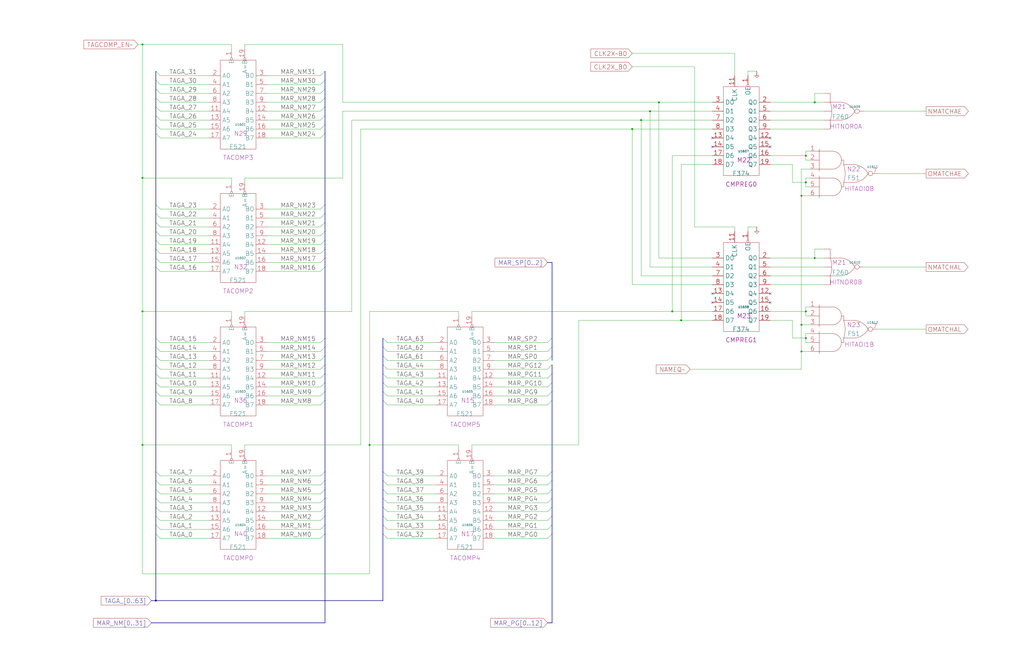
<source format=kicad_sch>
(kicad_sch (version 20230121) (generator eeschema)
  (paper "User" 584.2 378.46)
  (title_block (title "TAGA COMPARATORS\\nMATCH") (date "08-MAR-90") (rev "0.0") (comment 1 "MEM32 BOARD") (comment 2 "232-003066") (comment 3 "S400") (comment 4 "RELEASED"))
  (lib_symbols
    (symbol "r1000:F260" (pin_numbers hide) (pin_names hide)
      (property "Reference" "U" (at 10.16 0 0))
      (property "Value" "F260" (at 1.905 -5.715 0))
      (property "Location" "___" (at 1.27 0 0))
      (property "Name" "______" (at 5.08 -12.7 0))
      (symbol "F260_0_1"
        (arc (start -3.8173 -7.62) (mid -2.9926 -2.54) (end -3.8173 2.54) (stroke (width 0.1524)))
        (polyline (pts (xy -5.08 -7.62) (xy -3.81 -7.62)) (stroke (width 0.1524)))
        (polyline (pts (xy -5.08 -2.54) (xy -3.0226 -2.54)) (stroke (width 0.1524)))
        (polyline (pts (xy -5.08 2.54) (xy -3.81 2.54)) (stroke (width 0.1524)))
        (polyline (pts (xy -3.81 -7.62) (xy 2.54 -7.62)) (stroke (width 0.1524)))
        (polyline (pts (xy -3.81 2.54) (xy 2.54 2.54)) (stroke (width 0.1524)))
        (polyline (pts (xy -5.08 -12.7) (xy -3.81 -12.7) (xy -3.81 -7.62)) (stroke (width 0.1524)))
        (polyline (pts (xy -5.08 7.62) (xy -3.81 7.62) (xy -3.81 2.54)) (stroke (width 0.1524)))
        (arc (start 2.54 -7.62) (mid 6.9504 -5.9805) (end 10.16 -2.54) (stroke (width 0.1524)))
        (arc (start 10.16 -2.54) (mid 6.9516 0.9024) (end 2.54 2.54) (stroke (width 0.1524)))
        (circle (center 11.43 -2.54) (radius 1.27) (stroke (width 0.1524)))
      )
      (symbol "F260_0_2"
        (circle (center -6.35 -12.7) (radius 1.27) (stroke (width 0.1524)))
        (circle (center -6.35 -7.62) (radius 1.27) (stroke (width 0.1524)))
        (circle (center -6.35 -2.54) (radius 1.27) (stroke (width 0.1524)))
        (circle (center -6.35 2.54) (radius 1.27) (stroke (width 0.1524)))
        (circle (center -6.35 7.62) (radius 1.27) (stroke (width 0.1524)))
        (polyline (pts (xy -5.08 -13.97) (xy -5.08 8.89)) (stroke (width 0.1524)))
        (polyline (pts (xy -5.08 -7.62) (xy 2.54 -7.62)) (stroke (width 0.1524)))
        (polyline (pts (xy -5.08 2.54) (xy 2.54 2.54)) (stroke (width 0.1524)))
        (arc (start 2.54 -7.62) (mid 6.1321 -6.1321) (end 7.62 -2.54) (stroke (width 0.1524)))
        (arc (start 7.62 -2.54) (mid 6.1321 1.0521) (end 2.54 2.54) (stroke (width 0.1524)))
      )
      (symbol "F260_1_1"
        (pin input line (at -7.62 -2.54 0) (length 2.54) (name "D2") (number "1"))
        (pin input line (at -7.62 7.62 0) (length 2.54) (name "D0") (number "12"))
        (pin input line (at -7.62 2.54 0) (length 2.54) (name "D1") (number "13"))
        (pin input line (at -7.62 -7.62 0) (length 2.54) (name "D3") (number "2"))
        (pin input line (at -7.62 -12.7 0) (length 2.54) (name "D4") (number "3"))
        (pin output line (at 15.24 -2.54 180) (length 2.54) (name "Q") (number "5"))
      )
      (symbol "F260_1_2"
        (pin input line (at -7.62 -2.54 0) (length 0) (name "D2") (number "1"))
        (pin input line (at -7.62 7.62 0) (length 0) (name "D0") (number "12"))
        (pin input line (at -7.62 2.54 0) (length 0) (name "D1") (number "13"))
        (pin input line (at -7.62 -7.62 0) (length 0) (name "D3") (number "2"))
        (pin input line (at -7.62 -12.7 0) (length 0) (name "D4") (number "3"))
        (pin output line (at 15.24 -2.54 180) (length 7.62) (name "Q") (number "5"))
      )
    )
    (symbol "r1000:F374" (pin_names (offset 1.016))
      (property "Reference" "U" (at 2.54 5.08 0))
      (property "Value" "F374" (at -3.81 -7.62 0))
      (property "Location" "___" (at -1.27 0 0))
      (property "Name" "______" (at 1.27 -15.24 0))
      (symbol "F374_1_1"
        (rectangle (start -8.89 41.91) (end 11.43 -8.89))
        (circle (center 5.08 42.545) (radius 0.635))
        (pin input line (at 5.08 48.26 270) (length 5.08) (name "OE") (number "1"))
        (pin input line (at -2.54 48.26 270) (length 6.35) (name "CLK") (number "11"))
        (pin tri_state line (at 17.78 12.7 180) (length 6.35) (name "Q4") (number "12"))
        (pin input line (at -15.24 12.7 0) (length 6.35) (name "D4") (number "13"))
        (pin input line (at -15.24 7.62 0) (length 6.35) (name "D5") (number "14"))
        (pin tri_state line (at 17.78 7.62 180) (length 6.35) (name "Q5") (number "15"))
        (pin tri_state line (at 17.78 2.54 180) (length 6.35) (name "Q6") (number "16"))
        (pin input line (at -15.24 2.54 0) (length 6.35) (name "D6") (number "17"))
        (pin input line (at -15.24 -2.54 0) (length 6.35) (name "D7") (number "18"))
        (pin tri_state line (at 17.78 -2.54 180) (length 6.35) (name "Q7") (number "19"))
        (pin tri_state line (at 17.78 33.02 180) (length 6.35) (name "Q0") (number "2"))
        (pin input line (at -15.24 33.02 0) (length 6.35) (name "D0") (number "3"))
        (pin input line (at -15.24 27.94 0) (length 6.35) (name "D1") (number "4"))
        (pin tri_state line (at 17.78 27.94 180) (length 6.35) (name "Q1") (number "5"))
        (pin tri_state line (at 17.78 22.86 180) (length 6.35) (name "Q2") (number "6"))
        (pin input line (at -15.24 22.86 0) (length 6.35) (name "D2") (number "7"))
        (pin input line (at -15.24 17.78 0) (length 6.35) (name "D3") (number "8"))
        (pin tri_state line (at 17.78 17.78 180) (length 6.35) (name "Q3") (number "9"))
      )
    )
    (symbol "r1000:F51" (pin_names hide)
      (property "Reference" "U" (at 12.7 1.27 0))
      (property "Value" "F51" (at 1.905 -5.08 0))
      (property "Location" "___" (at 1.905 0 0))
      (property "Name" "______" (at 5.08 -12.7 0))
      (symbol "F51_0_0"
        (arc (start -10.16 -15.24) (mid -6.5679 -13.7521) (end -5.08 -10.16) (stroke (width 0.1524)))
        (arc (start -10.16 0) (mid -6.5679 1.4879) (end -5.08 5.08) (stroke (width 0.1524)))
        (arc (start -5.08 -10.16) (mid -6.5679 -6.5679) (end -10.16 -5.08) (stroke (width 0.1524)))
        (arc (start -5.08 5.08) (mid -6.5679 8.6721) (end -10.16 10.16) (stroke (width 0.1524)))
        (arc (start -3.8173 -7.62) (mid -2.9926 -2.54) (end -3.8173 2.54) (stroke (width 0.1524)))
        (polyline (pts (xy -20.32 -15.24) (xy -17.78 -15.24)) (stroke (width 0.1524)))
        (polyline (pts (xy -20.32 -10.16) (xy -17.78 -10.16)) (stroke (width 0.1524)))
        (polyline (pts (xy -20.32 -5.08) (xy -17.78 -5.08)) (stroke (width 0.1524)))
        (polyline (pts (xy -20.32 0) (xy -17.78 0)) (stroke (width 0.1524)))
        (polyline (pts (xy -20.32 5.08) (xy -17.78 5.08)) (stroke (width 0.1524)))
        (polyline (pts (xy -20.32 10.16) (xy -17.78 10.16)) (stroke (width 0.1524)))
        (polyline (pts (xy -17.78 -3.81) (xy -17.78 -16.51)) (stroke (width 0.1524)))
        (polyline (pts (xy -17.78 11.43) (xy -17.78 -1.27)) (stroke (width 0.1524)))
        (polyline (pts (xy -10.16 -15.24) (xy -17.78 -15.24)) (stroke (width 0.1524)))
        (polyline (pts (xy -10.16 -5.08) (xy -17.78 -5.08)) (stroke (width 0.1524)))
        (polyline (pts (xy -10.16 0) (xy -17.78 0)) (stroke (width 0.1524)))
        (polyline (pts (xy -10.16 10.16) (xy -17.78 10.16)) (stroke (width 0.1524)))
        (polyline (pts (xy -3.81 -7.62) (xy 2.54 -7.62)) (stroke (width 0.1524)))
        (polyline (pts (xy -3.81 2.54) (xy 2.54 2.54)) (stroke (width 0.1524)))
        (polyline (pts (xy -5.08 -10.16) (xy -3.81 -10.16) (xy -3.81 -7.62)) (stroke (width 0.1524)))
        (polyline (pts (xy -5.08 5.08) (xy -3.81 5.08) (xy -3.81 2.54)) (stroke (width 0.1524)))
        (arc (start 2.54 -7.62) (mid 6.9504 -5.9805) (end 10.16 -2.54) (stroke (width 0.1524)))
        (arc (start 10.16 -2.54) (mid 6.9516 0.9024) (end 2.54 2.54) (stroke (width 0.1524)))
        (circle (center 11.43 -2.54) (radius 1.27) (stroke (width 0.1524)))
      )
      (symbol "F51_1_1"
        (pin input line (at -22.86 10.16 0) (length 2.54) (name "A1") (number "1"))
        (pin input line (at -22.86 5.08 0) (length 2.54) (name "A2") (number "2"))
        (pin input line (at -22.86 0 0) (length 2.54) (name "A3") (number "3"))
        (pin input line (at -22.86 -5.08 0) (length 2.54) (name "B1") (number "4"))
        (pin input line (at -22.86 -10.16 0) (length 2.54) (name "B2") (number "5"))
        (pin input line (at -22.86 -15.24 0) (length 2.54) (name "B3") (number "6"))
        (pin output line (at 15.24 -2.54 180) (length 2.54) (name "Q") (number "7"))
      )
    )
    (symbol "r1000:F521" (pin_names (offset 1.016))
      (property "Reference" "U" (at 2.54 5.08 0))
      (property "Value" "F521" (at -3.81 -7.62 0))
      (property "Location" "___" (at -1.27 0 0))
      (property "Name" "______" (at 1.27 -15.24 0))
      (symbol "F521_1_1"
        (rectangle (start -8.89 41.91) (end 11.43 -8.89))
        (circle (center -2.54 42.545) (radius 0.635))
        (circle (center 5.08 42.545) (radius 0.635))
        (pin input line (at -2.54 48.26 270) (length 5.08) (name "E") (number "1"))
        (pin input line (at -15.24 12.7 0) (length 6.35) (name "A4") (number "11"))
        (pin input line (at 17.78 12.7 180) (length 6.35) (name "B4") (number "12"))
        (pin input line (at -15.24 7.62 0) (length 6.35) (name "A5") (number "13"))
        (pin input line (at 17.78 7.62 180) (length 6.35) (name "B5") (number "14"))
        (pin input line (at -15.24 2.54 0) (length 6.35) (name "A6") (number "15"))
        (pin input line (at 17.78 2.54 180) (length 6.35) (name "B6") (number "16"))
        (pin input line (at -15.24 -2.54 0) (length 6.35) (name "A7") (number "17"))
        (pin input line (at 17.78 -2.54 180) (length 6.35) (name "B7") (number "18"))
        (pin output line (at 5.08 48.26 270) (length 5.08) (name "A=B") (number "19"))
        (pin input line (at -15.24 33.02 0) (length 6.35) (name "A0") (number "2"))
        (pin input line (at 17.78 33.02 180) (length 6.35) (name "B0") (number "3"))
        (pin input line (at -15.24 27.94 0) (length 6.35) (name "A1") (number "4"))
        (pin input line (at 17.78 27.94 180) (length 6.35) (name "B1") (number "5"))
        (pin input line (at -15.24 22.86 0) (length 6.35) (name "A2") (number "6"))
        (pin input line (at 17.78 22.86 180) (length 6.35) (name "B2") (number "7"))
        (pin input line (at -15.24 17.78 0) (length 6.35) (name "A3") (number "8"))
        (pin input line (at 17.78 17.78 180) (length 6.35) (name "B3") (number "9"))
      )
    )
    (symbol "r1000:PD" (power) (pin_numbers hide) (pin_names hide) (in_bom no)
      (symbol "PD_0_1"
        (polyline (pts (xy 0 -2.54) (xy 1.27 -2.54) (xy 0 -3.81) (xy -1.27 -2.54) (xy 0 -2.54)) (stroke (width 0.1524)))
      )
      (symbol "PD_1_1"
        (pin power_in line (at 0 0 270) (length 2.54) (name "PD") (number "1"))
      )
    )
  )
  (junction (at 459.74 193.04))
  (junction (at 81.28 25.4))
  (junction (at 464.82 147.32))
  (junction (at 81.28 177.8))
  (junction (at 457.2 111.76))
  (junction (at 375.92 58.42))
  (junction (at 388.62 182.88))
  (junction (at 457.2 185.42))
  (junction (at 459.74 177.8))
  (junction (at 464.82 58.42))
  (junction (at 365.76 68.58))
  (junction (at 360.68 73.66))
  (junction (at 370.84 63.5))
  (junction (at 457.2 200.66))
  (junction (at 81.28 254))
  (junction (at 459.74 104.14))
  (junction (at 81.28 101.6))
  (junction (at 383.54 177.8))
  (junction (at 210.82 254))
  (junction (at 88.9 342.9))
  (junction (at 459.74 88.9))
  (no_connect (at 439.42 167.64))
  (no_connect (at 406.4 172.72))
  (no_connect (at 439.42 78.74))
  (no_connect (at 406.4 78.74))
  (no_connect (at 439.42 83.82))
  (no_connect (at 406.4 167.64))
  (no_connect (at 406.4 83.82))
  (no_connect (at 439.42 172.72))
  (bus_entry (at 185.42 208.28) (size -2.54 2.54))
  (bus_entry (at 185.42 142.24) (size -2.54 2.54))
  (bus_entry (at 314.96 269.24) (size -2.54 2.54))
  (bus_entry (at 88.9 208.28) (size 2.54 2.54))
  (bus_entry (at 185.42 299.72) (size -2.54 2.54))
  (bus_entry (at 88.9 299.72) (size 2.54 2.54))
  (bus_entry (at 185.42 40.64) (size -2.54 2.54))
  (bus_entry (at 88.9 203.2) (size 2.54 2.54))
  (bus_entry (at 88.9 289.56) (size 2.54 2.54))
  (bus_entry (at 218.44 289.56) (size 2.54 2.54))
  (bus_entry (at 218.44 299.72) (size 2.54 2.54))
  (bus_entry (at 185.42 137.16) (size -2.54 2.54))
  (bus_entry (at 218.44 294.64) (size 2.54 2.54))
  (bus_entry (at 185.42 203.2) (size -2.54 2.54))
  (bus_entry (at 88.9 60.96) (size 2.54 2.54))
  (bus_entry (at 185.42 198.12) (size -2.54 2.54))
  (bus_entry (at 88.9 132.08) (size 2.54 2.54))
  (bus_entry (at 88.9 228.6) (size 2.54 2.54))
  (bus_entry (at 88.9 116.84) (size 2.54 2.54))
  (bus_entry (at 185.42 228.6) (size -2.54 2.54))
  (bus_entry (at 218.44 274.32) (size 2.54 2.54))
  (bus_entry (at 314.96 228.6) (size -2.54 2.54))
  (bus_entry (at 218.44 198.12) (size 2.54 2.54))
  (bus_entry (at 185.42 218.44) (size -2.54 2.54))
  (bus_entry (at 185.42 71.12) (size -2.54 2.54))
  (bus_entry (at 218.44 213.36) (size 2.54 2.54))
  (bus_entry (at 88.9 121.92) (size 2.54 2.54))
  (bus_entry (at 314.96 279.4) (size -2.54 2.54))
  (bus_entry (at 185.42 289.56) (size -2.54 2.54))
  (bus_entry (at 88.9 66.04) (size 2.54 2.54))
  (bus_entry (at 88.9 142.24) (size 2.54 2.54))
  (bus_entry (at 88.9 269.24) (size 2.54 2.54))
  (bus_entry (at 185.42 50.8) (size -2.54 2.54))
  (bus_entry (at 314.96 203.2) (size -2.54 2.54))
  (bus_entry (at 88.9 304.8) (size 2.54 2.54))
  (bus_entry (at 88.9 284.48) (size 2.54 2.54))
  (bus_entry (at 185.42 294.64) (size -2.54 2.54))
  (bus_entry (at 88.9 45.72) (size 2.54 2.54))
  (bus_entry (at 185.42 274.32) (size -2.54 2.54))
  (bus_entry (at 314.96 284.48) (size -2.54 2.54))
  (bus_entry (at 218.44 279.4) (size 2.54 2.54))
  (bus_entry (at 88.9 193.04) (size 2.54 2.54))
  (bus_entry (at 88.9 274.32) (size 2.54 2.54))
  (bus_entry (at 314.96 289.56) (size -2.54 2.54))
  (bus_entry (at 185.42 127) (size -2.54 2.54))
  (bus_entry (at 185.42 279.4) (size -2.54 2.54))
  (bus_entry (at 314.96 208.28) (size -2.54 2.54))
  (bus_entry (at 185.42 152.4) (size -2.54 2.54))
  (bus_entry (at 88.9 294.64) (size 2.54 2.54))
  (bus_entry (at 314.96 294.64) (size -2.54 2.54))
  (bus_entry (at 88.9 223.52) (size 2.54 2.54))
  (bus_entry (at 88.9 198.12) (size 2.54 2.54))
  (bus_entry (at 218.44 218.44) (size 2.54 2.54))
  (bus_entry (at 218.44 223.52) (size 2.54 2.54))
  (bus_entry (at 185.42 66.04) (size -2.54 2.54))
  (bus_entry (at 314.96 193.04) (size -2.54 2.54))
  (bus_entry (at 314.96 274.32) (size -2.54 2.54))
  (bus_entry (at 185.42 304.8) (size -2.54 2.54))
  (bus_entry (at 185.42 284.48) (size -2.54 2.54))
  (bus_entry (at 185.42 269.24) (size -2.54 2.54))
  (bus_entry (at 185.42 45.72) (size -2.54 2.54))
  (bus_entry (at 88.9 213.36) (size 2.54 2.54))
  (bus_entry (at 218.44 193.04) (size 2.54 2.54))
  (bus_entry (at 218.44 228.6) (size 2.54 2.54))
  (bus_entry (at 314.96 218.44) (size -2.54 2.54))
  (bus_entry (at 185.42 147.32) (size -2.54 2.54))
  (bus_entry (at 88.9 40.64) (size 2.54 2.54))
  (bus_entry (at 88.9 279.4) (size 2.54 2.54))
  (bus_entry (at 88.9 137.16) (size 2.54 2.54))
  (bus_entry (at 314.96 299.72) (size -2.54 2.54))
  (bus_entry (at 88.9 76.2) (size 2.54 2.54))
  (bus_entry (at 218.44 304.8) (size 2.54 2.54))
  (bus_entry (at 88.9 218.44) (size 2.54 2.54))
  (bus_entry (at 88.9 71.12) (size 2.54 2.54))
  (bus_entry (at 185.42 55.88) (size -2.54 2.54))
  (bus_entry (at 185.42 213.36) (size -2.54 2.54))
  (bus_entry (at 88.9 50.8) (size 2.54 2.54))
  (bus_entry (at 185.42 121.92) (size -2.54 2.54))
  (bus_entry (at 88.9 127) (size 2.54 2.54))
  (bus_entry (at 314.96 198.12) (size -2.54 2.54))
  (bus_entry (at 88.9 147.32) (size 2.54 2.54))
  (bus_entry (at 185.42 132.08) (size -2.54 2.54))
  (bus_entry (at 185.42 60.96) (size -2.54 2.54))
  (bus_entry (at 218.44 284.48) (size 2.54 2.54))
  (bus_entry (at 314.96 213.36) (size -2.54 2.54))
  (bus_entry (at 185.42 223.52) (size -2.54 2.54))
  (bus_entry (at 88.9 55.88) (size 2.54 2.54))
  (bus_entry (at 185.42 193.04) (size -2.54 2.54))
  (bus_entry (at 218.44 208.28) (size 2.54 2.54))
  (bus_entry (at 88.9 152.4) (size 2.54 2.54))
  (bus_entry (at 218.44 203.2) (size 2.54 2.54))
  (bus_entry (at 314.96 304.8) (size -2.54 2.54))
  (bus_entry (at 218.44 269.24) (size 2.54 2.54))
  (bus_entry (at 185.42 76.2) (size -2.54 2.54))
  (bus_entry (at 314.96 223.52) (size -2.54 2.54))
  (bus_entry (at 185.42 116.84) (size -2.54 2.54))
  (wire (pts (xy 439.42 68.58) (xy 469.9 68.58)))
  (wire (pts (xy 91.44 287.02) (xy 119.38 287.02)))
  (bus (pts (xy 185.42 66.04) (xy 185.42 71.12)))
  (wire (pts (xy 459.74 101.6) (xy 462.28 101.6)))
  (wire (pts (xy 182.88 281.94) (xy 152.4 281.94)))
  (wire (pts (xy 220.98 220.98) (xy 248.92 220.98)))
  (wire (pts (xy 91.44 149.86) (xy 119.38 149.86)))
  (wire (pts (xy 91.44 144.78) (xy 119.38 144.78)))
  (wire (pts (xy 464.82 147.32) (xy 469.9 147.32)))
  (bus (pts (xy 314.96 203.2) (xy 314.96 205.74)))
  (wire (pts (xy 261.62 256.54) (xy 261.62 254)))
  (wire (pts (xy 312.42 195.58) (xy 281.94 195.58)))
  (wire (pts (xy 365.76 157.48) (xy 365.76 68.58)))
  (wire (pts (xy 459.74 88.9) (xy 459.74 86.36)))
  (wire (pts (xy 459.74 177.8) (xy 459.74 180.34)))
  (bus (pts (xy 314.96 279.4) (xy 314.96 284.48)))
  (wire (pts (xy 182.88 43.18) (xy 152.4 43.18)))
  (bus (pts (xy 314.96 284.48) (xy 314.96 289.56)))
  (wire (pts (xy 182.88 134.62) (xy 152.4 134.62)))
  (bus (pts (xy 88.9 66.04) (xy 88.9 71.12)))
  (bus (pts (xy 88.9 132.08) (xy 88.9 137.16)))
  (bus (pts (xy 88.9 152.4) (xy 88.9 193.04)))
  (bus (pts (xy 88.9 121.92) (xy 88.9 127)))
  (wire (pts (xy 459.74 193.04) (xy 459.74 190.5)))
  (bus (pts (xy 185.42 55.88) (xy 185.42 60.96)))
  (bus (pts (xy 218.44 228.6) (xy 218.44 269.24)))
  (wire (pts (xy 91.44 297.18) (xy 119.38 297.18)))
  (wire (pts (xy 375.92 58.42) (xy 406.4 58.42)))
  (wire (pts (xy 91.44 231.14) (xy 119.38 231.14)))
  (bus (pts (xy 185.42 274.32) (xy 185.42 279.4)))
  (wire (pts (xy 182.88 68.58) (xy 152.4 68.58)))
  (wire (pts (xy 312.42 215.9) (xy 281.94 215.9)))
  (wire (pts (xy 360.68 30.48) (xy 419.1 30.48)))
  (wire (pts (xy 91.44 302.26) (xy 119.38 302.26)))
  (wire (pts (xy 459.74 193.04) (xy 452.12 193.04)))
  (wire (pts (xy 182.88 195.58) (xy 152.4 195.58)))
  (bus (pts (xy 185.42 121.92) (xy 185.42 127)))
  (wire (pts (xy 312.42 281.94) (xy 281.94 281.94)))
  (bus (pts (xy 86.36 355.6) (xy 185.42 355.6)))
  (wire (pts (xy 457.2 111.76) (xy 457.2 185.42)))
  (bus (pts (xy 88.9 279.4) (xy 88.9 284.48)))
  (wire (pts (xy 210.82 254) (xy 261.62 254)))
  (wire (pts (xy 370.84 63.5) (xy 406.4 63.5)))
  (wire (pts (xy 220.98 215.9) (xy 248.92 215.9)))
  (wire (pts (xy 269.24 254) (xy 330.2 254)))
  (bus (pts (xy 185.42 223.52) (xy 185.42 228.6)))
  (wire (pts (xy 426.72 40.64) (xy 426.72 43.18)))
  (wire (pts (xy 200.66 68.58) (xy 365.76 68.58)))
  (wire (pts (xy 464.82 58.42) (xy 469.9 58.42)))
  (wire (pts (xy 269.24 256.54) (xy 269.24 254)))
  (wire (pts (xy 269.24 180.34) (xy 269.24 177.8)))
  (wire (pts (xy 459.74 195.58) (xy 459.74 193.04)))
  (bus (pts (xy 88.9 127) (xy 88.9 132.08)))
  (bus (pts (xy 185.42 218.44) (xy 185.42 223.52)))
  (wire (pts (xy 426.72 129.54) (xy 426.72 132.08)))
  (bus (pts (xy 218.44 193.04) (xy 218.44 198.12)))
  (wire (pts (xy 182.88 119.38) (xy 152.4 119.38)))
  (bus (pts (xy 314.96 269.24) (xy 314.96 274.32)))
  (wire (pts (xy 182.88 287.02) (xy 152.4 287.02)))
  (wire (pts (xy 220.98 292.1) (xy 248.92 292.1)))
  (wire (pts (xy 360.68 38.1) (xy 396.24 38.1)))
  (wire (pts (xy 182.88 210.82) (xy 152.4 210.82)))
  (wire (pts (xy 220.98 205.74) (xy 248.92 205.74)))
  (wire (pts (xy 312.42 276.86) (xy 281.94 276.86)))
  (wire (pts (xy 459.74 104.14) (xy 459.74 101.6)))
  (bus (pts (xy 185.42 50.8) (xy 185.42 55.88)))
  (wire (pts (xy 182.88 124.46) (xy 152.4 124.46)))
  (bus (pts (xy 314.96 193.04) (xy 314.96 198.12)))
  (wire (pts (xy 388.62 182.88) (xy 406.4 182.88)))
  (wire (pts (xy 462.28 180.34) (xy 459.74 180.34)))
  (bus (pts (xy 314.96 289.56) (xy 314.96 294.64)))
  (wire (pts (xy 439.42 88.9) (xy 459.74 88.9)))
  (wire (pts (xy 139.7 180.34) (xy 139.7 177.8)))
  (bus (pts (xy 88.9 223.52) (xy 88.9 228.6)))
  (bus (pts (xy 88.9 142.24) (xy 88.9 147.32)))
  (wire (pts (xy 370.84 152.4) (xy 406.4 152.4)))
  (wire (pts (xy 91.44 226.06) (xy 119.38 226.06)))
  (bus (pts (xy 218.44 279.4) (xy 218.44 284.48)))
  (wire (pts (xy 210.82 327.66) (xy 81.28 327.66)))
  (wire (pts (xy 91.44 78.74) (xy 119.38 78.74)))
  (wire (pts (xy 396.24 129.54) (xy 419.1 129.54)))
  (wire (pts (xy 469.9 142.24) (xy 464.82 142.24)))
  (wire (pts (xy 220.98 200.66) (xy 248.92 200.66)))
  (wire (pts (xy 220.98 307.34) (xy 248.92 307.34)))
  (bus (pts (xy 185.42 152.4) (xy 185.42 193.04)))
  (wire (pts (xy 81.28 101.6) (xy 81.28 177.8)))
  (bus (pts (xy 88.9 55.88) (xy 88.9 60.96)))
  (wire (pts (xy 365.76 68.58) (xy 406.4 68.58)))
  (wire (pts (xy 459.74 88.9) (xy 459.74 91.44)))
  (wire (pts (xy 132.08 104.14) (xy 132.08 101.6)))
  (wire (pts (xy 182.88 276.86) (xy 152.4 276.86)))
  (wire (pts (xy 457.2 96.52) (xy 457.2 111.76)))
  (bus (pts (xy 218.44 284.48) (xy 218.44 289.56)))
  (wire (pts (xy 459.74 177.8) (xy 459.74 175.26)))
  (bus (pts (xy 88.9 50.8) (xy 88.9 55.88)))
  (wire (pts (xy 459.74 86.36) (xy 462.28 86.36)))
  (bus (pts (xy 185.42 304.8) (xy 185.42 355.6)))
  (bus (pts (xy 314.96 228.6) (xy 314.96 269.24)))
  (wire (pts (xy 195.58 63.5) (xy 370.84 63.5)))
  (bus (pts (xy 218.44 342.9) (xy 88.9 342.9)))
  (wire (pts (xy 312.42 307.34) (xy 281.94 307.34)))
  (wire (pts (xy 492.76 152.4) (xy 528.32 152.4)))
  (bus (pts (xy 88.9 71.12) (xy 88.9 76.2)))
  (wire (pts (xy 210.82 254) (xy 210.82 327.66)))
  (wire (pts (xy 360.68 73.66) (xy 406.4 73.66)))
  (wire (pts (xy 91.44 271.78) (xy 119.38 271.78)))
  (wire (pts (xy 91.44 195.58) (xy 119.38 195.58)))
  (wire (pts (xy 462.28 195.58) (xy 459.74 195.58)))
  (wire (pts (xy 91.44 154.94) (xy 119.38 154.94)))
  (wire (pts (xy 492.76 63.5) (xy 528.32 63.5)))
  (wire (pts (xy 330.2 254) (xy 330.2 182.88)))
  (wire (pts (xy 459.74 104.14) (xy 459.74 106.68)))
  (wire (pts (xy 81.28 254) (xy 81.28 327.66)))
  (bus (pts (xy 185.42 208.28) (xy 185.42 213.36)))
  (wire (pts (xy 370.84 63.5) (xy 370.84 152.4)))
  (wire (pts (xy 91.44 205.74) (xy 119.38 205.74)))
  (wire (pts (xy 269.24 177.8) (xy 383.54 177.8)))
  (wire (pts (xy 182.88 144.78) (xy 152.4 144.78)))
  (bus (pts (xy 88.9 304.8) (xy 88.9 342.9)))
  (wire (pts (xy 210.82 177.8) (xy 261.62 177.8)))
  (wire (pts (xy 375.92 147.32) (xy 375.92 58.42)))
  (bus (pts (xy 185.42 289.56) (xy 185.42 294.64)))
  (bus (pts (xy 88.9 116.84) (xy 88.9 121.92)))
  (wire (pts (xy 81.28 25.4) (xy 81.28 101.6)))
  (bus (pts (xy 185.42 299.72) (xy 185.42 304.8)))
  (bus (pts (xy 312.42 355.6) (xy 314.96 355.6)))
  (wire (pts (xy 200.66 177.8) (xy 200.66 68.58)))
  (wire (pts (xy 210.82 177.8) (xy 210.82 254)))
  (wire (pts (xy 312.42 231.14) (xy 281.94 231.14)))
  (wire (pts (xy 91.44 129.54) (xy 119.38 129.54)))
  (bus (pts (xy 218.44 299.72) (xy 218.44 304.8)))
  (wire (pts (xy 457.2 200.66) (xy 462.28 200.66)))
  (wire (pts (xy 220.98 210.82) (xy 248.92 210.82)))
  (wire (pts (xy 182.88 78.74) (xy 152.4 78.74)))
  (wire (pts (xy 182.88 271.78) (xy 152.4 271.78)))
  (wire (pts (xy 182.88 220.98) (xy 152.4 220.98)))
  (wire (pts (xy 312.42 271.78) (xy 281.94 271.78)))
  (wire (pts (xy 439.42 152.4) (xy 469.9 152.4)))
  (wire (pts (xy 182.88 149.86) (xy 152.4 149.86)))
  (wire (pts (xy 459.74 175.26) (xy 462.28 175.26)))
  (wire (pts (xy 91.44 307.34) (xy 119.38 307.34)))
  (wire (pts (xy 312.42 220.98) (xy 281.94 220.98)))
  (bus (pts (xy 314.96 274.32) (xy 314.96 279.4)))
  (wire (pts (xy 452.12 193.04) (xy 452.12 182.88)))
  (bus (pts (xy 185.42 45.72) (xy 185.42 50.8)))
  (wire (pts (xy 220.98 231.14) (xy 248.92 231.14)))
  (bus (pts (xy 88.9 147.32) (xy 88.9 152.4)))
  (wire (pts (xy 439.42 157.48) (xy 469.9 157.48)))
  (wire (pts (xy 312.42 302.26) (xy 281.94 302.26)))
  (wire (pts (xy 91.44 73.66) (xy 119.38 73.66)))
  (bus (pts (xy 88.9 274.32) (xy 88.9 279.4)))
  (bus (pts (xy 314.96 198.12) (xy 314.96 203.2)))
  (wire (pts (xy 464.82 142.24) (xy 464.82 147.32)))
  (bus (pts (xy 185.42 127) (xy 185.42 132.08)))
  (bus (pts (xy 218.44 289.56) (xy 218.44 294.64)))
  (bus (pts (xy 88.9 193.04) (xy 88.9 198.12)))
  (wire (pts (xy 457.2 111.76) (xy 462.28 111.76)))
  (wire (pts (xy 78.74 25.4) (xy 81.28 25.4)))
  (bus (pts (xy 185.42 40.64) (xy 185.42 45.72)))
  (wire (pts (xy 91.44 200.66) (xy 119.38 200.66)))
  (wire (pts (xy 439.42 73.66) (xy 469.9 73.66)))
  (wire (pts (xy 462.28 96.52) (xy 457.2 96.52)))
  (wire (pts (xy 91.44 58.42) (xy 119.38 58.42)))
  (wire (pts (xy 91.44 276.86) (xy 119.38 276.86)))
  (bus (pts (xy 185.42 71.12) (xy 185.42 76.2)))
  (wire (pts (xy 91.44 281.94) (xy 119.38 281.94)))
  (bus (pts (xy 218.44 213.36) (xy 218.44 218.44)))
  (wire (pts (xy 452.12 182.88) (xy 439.42 182.88)))
  (bus (pts (xy 185.42 193.04) (xy 185.42 198.12)))
  (wire (pts (xy 419.1 30.48) (xy 419.1 43.18)))
  (wire (pts (xy 439.42 58.42) (xy 464.82 58.42)))
  (bus (pts (xy 185.42 137.16) (xy 185.42 142.24)))
  (wire (pts (xy 312.42 287.02) (xy 281.94 287.02)))
  (bus (pts (xy 185.42 132.08) (xy 185.42 137.16)))
  (wire (pts (xy 182.88 58.42) (xy 152.4 58.42)))
  (bus (pts (xy 185.42 76.2) (xy 185.42 116.84)))
  (wire (pts (xy 139.7 101.6) (xy 195.58 101.6)))
  (bus (pts (xy 185.42 279.4) (xy 185.42 284.48)))
  (bus (pts (xy 185.42 294.64) (xy 185.42 299.72)))
  (wire (pts (xy 182.88 231.14) (xy 152.4 231.14)))
  (wire (pts (xy 396.24 38.1) (xy 396.24 129.54)))
  (bus (pts (xy 314.96 149.86) (xy 314.96 193.04)))
  (wire (pts (xy 182.88 292.1) (xy 152.4 292.1)))
  (bus (pts (xy 218.44 294.64) (xy 218.44 299.72)))
  (wire (pts (xy 312.42 200.66) (xy 281.94 200.66)))
  (wire (pts (xy 452.12 104.14) (xy 459.74 104.14)))
  (bus (pts (xy 314.96 304.8) (xy 314.96 355.6)))
  (wire (pts (xy 439.42 177.8) (xy 459.74 177.8)))
  (wire (pts (xy 91.44 63.5) (xy 119.38 63.5)))
  (wire (pts (xy 406.4 157.48) (xy 365.76 157.48)))
  (wire (pts (xy 182.88 215.9) (xy 152.4 215.9)))
  (wire (pts (xy 91.44 292.1) (xy 119.38 292.1)))
  (wire (pts (xy 452.12 93.98) (xy 452.12 104.14)))
  (wire (pts (xy 195.58 101.6) (xy 195.58 63.5)))
  (bus (pts (xy 185.42 147.32) (xy 185.42 152.4)))
  (bus (pts (xy 88.9 289.56) (xy 88.9 294.64)))
  (wire (pts (xy 406.4 147.32) (xy 375.92 147.32)))
  (bus (pts (xy 88.9 76.2) (xy 88.9 116.84)))
  (wire (pts (xy 457.2 210.82) (xy 393.7 210.82)))
  (wire (pts (xy 360.68 73.66) (xy 360.68 162.56)))
  (bus (pts (xy 88.9 294.64) (xy 88.9 299.72)))
  (wire (pts (xy 469.9 53.34) (xy 464.82 53.34)))
  (wire (pts (xy 91.44 68.58) (xy 119.38 68.58)))
  (wire (pts (xy 195.58 25.4) (xy 195.58 58.42)))
  (wire (pts (xy 312.42 297.18) (xy 281.94 297.18)))
  (wire (pts (xy 388.62 93.98) (xy 406.4 93.98)))
  (wire (pts (xy 220.98 287.02) (xy 248.92 287.02)))
  (bus (pts (xy 314.96 294.64) (xy 314.96 299.72)))
  (wire (pts (xy 182.88 53.34) (xy 152.4 53.34)))
  (wire (pts (xy 383.54 177.8) (xy 406.4 177.8)))
  (bus (pts (xy 88.9 60.96) (xy 88.9 66.04)))
  (wire (pts (xy 205.74 254) (xy 205.74 73.66)))
  (wire (pts (xy 261.62 180.34) (xy 261.62 177.8)))
  (bus (pts (xy 88.9 203.2) (xy 88.9 208.28)))
  (wire (pts (xy 139.7 25.4) (xy 195.58 25.4)))
  (wire (pts (xy 182.88 200.66) (xy 152.4 200.66)))
  (wire (pts (xy 91.44 124.46) (xy 119.38 124.46)))
  (wire (pts (xy 91.44 134.62) (xy 119.38 134.62)))
  (wire (pts (xy 220.98 281.94) (xy 248.92 281.94)))
  (wire (pts (xy 457.2 200.66) (xy 457.2 210.82)))
  (wire (pts (xy 81.28 254) (xy 132.08 254)))
  (bus (pts (xy 218.44 223.52) (xy 218.44 228.6)))
  (wire (pts (xy 81.28 101.6) (xy 132.08 101.6)))
  (bus (pts (xy 88.9 45.72) (xy 88.9 50.8)))
  (wire (pts (xy 91.44 43.18) (xy 119.38 43.18)))
  (wire (pts (xy 406.4 88.9) (xy 383.54 88.9)))
  (bus (pts (xy 218.44 203.2) (xy 218.44 208.28)))
  (wire (pts (xy 419.1 129.54) (xy 419.1 132.08)))
  (wire (pts (xy 139.7 27.94) (xy 139.7 25.4)))
  (wire (pts (xy 139.7 177.8) (xy 200.66 177.8)))
  (wire (pts (xy 81.28 25.4) (xy 132.08 25.4)))
  (wire (pts (xy 457.2 185.42) (xy 457.2 200.66)))
  (wire (pts (xy 330.2 182.88) (xy 388.62 182.88)))
  (wire (pts (xy 182.88 73.66) (xy 152.4 73.66)))
  (bus (pts (xy 218.44 218.44) (xy 218.44 223.52)))
  (wire (pts (xy 182.88 297.18) (xy 152.4 297.18)))
  (wire (pts (xy 360.68 162.56) (xy 406.4 162.56)))
  (bus (pts (xy 218.44 269.24) (xy 218.44 274.32)))
  (bus (pts (xy 314.96 208.28) (xy 314.96 213.36)))
  (bus (pts (xy 88.9 228.6) (xy 88.9 269.24)))
  (wire (pts (xy 132.08 256.54) (xy 132.08 254)))
  (wire (pts (xy 312.42 226.06) (xy 281.94 226.06)))
  (bus (pts (xy 88.9 40.64) (xy 88.9 45.72)))
  (wire (pts (xy 132.08 180.34) (xy 132.08 177.8)))
  (bus (pts (xy 218.44 198.12) (xy 218.44 203.2)))
  (wire (pts (xy 439.42 93.98) (xy 452.12 93.98)))
  (wire (pts (xy 205.74 73.66) (xy 360.68 73.66)))
  (wire (pts (xy 81.28 177.8) (xy 81.28 254)))
  (bus (pts (xy 86.36 342.9) (xy 88.9 342.9)))
  (bus (pts (xy 185.42 142.24) (xy 185.42 147.32)))
  (wire (pts (xy 312.42 210.82) (xy 281.94 210.82)))
  (wire (pts (xy 439.42 147.32) (xy 464.82 147.32)))
  (wire (pts (xy 220.98 226.06) (xy 248.92 226.06)))
  (bus (pts (xy 88.9 137.16) (xy 88.9 142.24)))
  (bus (pts (xy 185.42 284.48) (xy 185.42 289.56)))
  (wire (pts (xy 431.8 40.64) (xy 426.72 40.64)))
  (bus (pts (xy 314.96 218.44) (xy 314.96 223.52)))
  (wire (pts (xy 182.88 226.06) (xy 152.4 226.06)))
  (bus (pts (xy 218.44 274.32) (xy 218.44 279.4)))
  (bus (pts (xy 88.9 208.28) (xy 88.9 213.36)))
  (bus (pts (xy 88.9 198.12) (xy 88.9 203.2)))
  (wire (pts (xy 195.58 58.42) (xy 375.92 58.42)))
  (bus (pts (xy 314.96 223.52) (xy 314.96 228.6)))
  (wire (pts (xy 139.7 256.54) (xy 139.7 254)))
  (bus (pts (xy 185.42 228.6) (xy 185.42 269.24)))
  (bus (pts (xy 185.42 116.84) (xy 185.42 121.92)))
  (bus (pts (xy 88.9 299.72) (xy 88.9 304.8)))
  (wire (pts (xy 464.82 53.34) (xy 464.82 58.42)))
  (wire (pts (xy 312.42 205.74) (xy 281.94 205.74)))
  (wire (pts (xy 220.98 276.86) (xy 248.92 276.86)))
  (wire (pts (xy 182.88 139.7) (xy 152.4 139.7)))
  (wire (pts (xy 91.44 210.82) (xy 119.38 210.82)))
  (wire (pts (xy 81.28 177.8) (xy 132.08 177.8)))
  (bus (pts (xy 218.44 304.8) (xy 218.44 342.9)))
  (wire (pts (xy 457.2 185.42) (xy 462.28 185.42)))
  (wire (pts (xy 182.88 48.26) (xy 152.4 48.26)))
  (bus (pts (xy 185.42 203.2) (xy 185.42 208.28)))
  (wire (pts (xy 500.38 187.96) (xy 528.32 187.96)))
  (wire (pts (xy 500.38 99.06) (xy 528.32 99.06)))
  (wire (pts (xy 439.42 63.5) (xy 469.9 63.5)))
  (wire (pts (xy 462.28 91.44) (xy 459.74 91.44)))
  (wire (pts (xy 388.62 182.88) (xy 388.62 93.98)))
  (bus (pts (xy 185.42 60.96) (xy 185.42 66.04)))
  (bus (pts (xy 312.42 149.86) (xy 314.96 149.86)))
  (wire (pts (xy 91.44 53.34) (xy 119.38 53.34)))
  (wire (pts (xy 383.54 88.9) (xy 383.54 177.8)))
  (bus (pts (xy 314.96 213.36) (xy 314.96 218.44)))
  (bus (pts (xy 185.42 198.12) (xy 185.42 203.2)))
  (wire (pts (xy 132.08 27.94) (xy 132.08 25.4)))
  (bus (pts (xy 218.44 208.28) (xy 218.44 213.36)))
  (wire (pts (xy 439.42 162.56) (xy 469.9 162.56)))
  (wire (pts (xy 91.44 139.7) (xy 119.38 139.7)))
  (bus (pts (xy 88.9 284.48) (xy 88.9 289.56)))
  (wire (pts (xy 182.88 154.94) (xy 152.4 154.94)))
  (wire (pts (xy 91.44 48.26) (xy 119.38 48.26)))
  (wire (pts (xy 182.88 63.5) (xy 152.4 63.5)))
  (wire (pts (xy 139.7 104.14) (xy 139.7 101.6)))
  (wire (pts (xy 182.88 129.54) (xy 152.4 129.54)))
  (bus (pts (xy 88.9 218.44) (xy 88.9 223.52)))
  (wire (pts (xy 91.44 215.9) (xy 119.38 215.9)))
  (wire (pts (xy 220.98 302.26) (xy 248.92 302.26)))
  (wire (pts (xy 91.44 119.38) (xy 119.38 119.38)))
  (wire (pts (xy 431.8 129.54) (xy 426.72 129.54)))
  (wire (pts (xy 220.98 195.58) (xy 248.92 195.58)))
  (wire (pts (xy 182.88 307.34) (xy 152.4 307.34)))
  (bus (pts (xy 314.96 299.72) (xy 314.96 304.8)))
  (wire (pts (xy 312.42 292.1) (xy 281.94 292.1)))
  (bus (pts (xy 185.42 213.36) (xy 185.42 218.44)))
  (wire (pts (xy 182.88 205.74) (xy 152.4 205.74)))
  (wire (pts (xy 220.98 271.78) (xy 248.92 271.78)))
  (wire (pts (xy 459.74 190.5) (xy 462.28 190.5)))
  (wire (pts (xy 220.98 297.18) (xy 248.92 297.18)))
  (wire (pts (xy 462.28 106.68) (xy 459.74 106.68)))
  (bus (pts (xy 185.42 269.24) (xy 185.42 274.32)))
  (wire (pts (xy 139.7 254) (xy 205.74 254)))
  (wire (pts (xy 182.88 302.26) (xy 152.4 302.26)))
  (wire (pts (xy 91.44 220.98) (xy 119.38 220.98)))
  (bus (pts (xy 88.9 213.36) (xy 88.9 218.44)))
  (bus (pts (xy 88.9 269.24) (xy 88.9 274.32)))
  (label "TAGA_0" (at 96.52 307.34 0) (effects (font (size 2.54 2.54))))
  (label "TAGA_28" (at 96.52 58.42 0) (effects (font (size 2.54 2.54))))
  (label "TAGA_19" (at 96.52 139.7 0) (effects (font (size 2.54 2.54))))
  (label "MAR_NM24" (at 160.02 78.74 0) (effects (font (size 2.54 2.54))))
  (label "TAGA_9" (at 96.52 226.06 0) (effects (font (size 2.54 2.54))))
  (label "TAGA_29" (at 96.52 53.34 0) (effects (font (size 2.54 2.54))))
  (label "MAR_NM22" (at 160.02 124.46 0) (effects (font (size 2.54 2.54))))
  (label "TAGA_38" (at 226.06 276.86 0) (effects (font (size 2.54 2.54))))
  (label "TAGA_3" (at 96.52 292.1 0) (effects (font (size 2.54 2.54))))
  (label "TAGA_21" (at 96.52 129.54 0) (effects (font (size 2.54 2.54))))
  (label "TAGA_14" (at 96.52 200.66 0) (effects (font (size 2.54 2.54))))
  (label "MAR_PG6" (at 289.56 276.86 0) (effects (font (size 2.54 2.54))))
  (label "TAGA_36" (at 226.06 287.02 0) (effects (font (size 2.54 2.54))))
  (label "TAGA_10" (at 96.52 220.98 0) (effects (font (size 2.54 2.54))))
  (label "MAR_SP0" (at 289.56 205.74 0) (effects (font (size 2.54 2.54))))
  (label "MAR_NM21" (at 160.02 129.54 0) (effects (font (size 2.54 2.54))))
  (label "TAGA_25" (at 96.52 73.66 0) (effects (font (size 2.54 2.54))))
  (label "TAGA_24" (at 96.52 78.74 0) (effects (font (size 2.54 2.54))))
  (label "TAGA_17" (at 96.52 149.86 0) (effects (font (size 2.54 2.54))))
  (label "MAR_NM25" (at 160.02 73.66 0) (effects (font (size 2.54 2.54))))
  (label "TAGA_12" (at 96.52 210.82 0) (effects (font (size 2.54 2.54))))
  (label "MAR_NM0" (at 160.02 307.34 0) (effects (font (size 2.54 2.54))))
  (label "MAR_NM28" (at 160.02 58.42 0) (effects (font (size 2.54 2.54))))
  (label "TAGA_30" (at 96.52 48.26 0) (effects (font (size 2.54 2.54))))
  (label "MAR_PG8" (at 289.56 231.14 0) (effects (font (size 2.54 2.54))))
  (label "TAGA_43" (at 226.06 215.9 0) (effects (font (size 2.54 2.54))))
  (label "TAGA_5" (at 96.52 281.94 0) (effects (font (size 2.54 2.54))))
  (label "TAGA_44" (at 226.06 210.82 0) (effects (font (size 2.54 2.54))))
  (label "TAGA_18" (at 96.52 144.78 0) (effects (font (size 2.54 2.54))))
  (label "TAGA_20" (at 96.52 134.62 0) (effects (font (size 2.54 2.54))))
  (label "MAR_NM7" (at 160.02 271.78 0) (effects (font (size 2.54 2.54))))
  (label "MAR_PG0" (at 289.56 307.34 0) (effects (font (size 2.54 2.54))))
  (label "MAR_PG7" (at 289.56 271.78 0) (effects (font (size 2.54 2.54))))
  (label "MAR_SP2" (at 289.56 195.58 0) (effects (font (size 2.54 2.54))))
  (label "MAR_SP1" (at 289.56 200.66 0) (effects (font (size 2.54 2.54))))
  (label "MAR_PG12" (at 289.56 210.82 0) (effects (font (size 2.54 2.54))))
  (label "MAR_NM27" (at 160.02 63.5 0) (effects (font (size 2.54 2.54))))
  (label "MAR_PG2" (at 289.56 297.18 0) (effects (font (size 2.54 2.54))))
  (label "MAR_NM2" (at 160.02 297.18 0) (effects (font (size 2.54 2.54))))
  (label "TAGA_8" (at 96.52 231.14 0) (effects (font (size 2.54 2.54))))
  (label "MAR_NM10" (at 160.02 220.98 0) (effects (font (size 2.54 2.54))))
  (label "TAGA_32" (at 226.06 307.34 0) (effects (font (size 2.54 2.54))))
  (label "TAGA_4" (at 96.52 287.02 0) (effects (font (size 2.54 2.54))))
  (label "TAGA_41" (at 226.06 226.06 0) (effects (font (size 2.54 2.54))))
  (label "MAR_NM31" (at 160.02 43.18 0) (effects (font (size 2.54 2.54))))
  (label "MAR_NM19" (at 160.02 139.7 0) (effects (font (size 2.54 2.54))))
  (label "TAGA_7" (at 96.52 271.78 0) (effects (font (size 2.54 2.54))))
  (label "TAGA_16" (at 96.52 154.94 0) (effects (font (size 2.54 2.54))))
  (label "TAGA_34" (at 226.06 297.18 0) (effects (font (size 2.54 2.54))))
  (label "TAGA_1" (at 96.52 302.26 0) (effects (font (size 2.54 2.54))))
  (label "MAR_NM16" (at 160.02 154.94 0) (effects (font (size 2.54 2.54))))
  (label "MAR_NM13" (at 160.02 205.74 0) (effects (font (size 2.54 2.54))))
  (label "TAGA_42" (at 226.06 220.98 0) (effects (font (size 2.54 2.54))))
  (label "MAR_PG5" (at 289.56 281.94 0) (effects (font (size 2.54 2.54))))
  (label "MAR_NM17" (at 160.02 149.86 0) (effects (font (size 2.54 2.54))))
  (label "TAGA_6" (at 96.52 276.86 0) (effects (font (size 2.54 2.54))))
  (label "MAR_PG9" (at 289.56 226.06 0) (effects (font (size 2.54 2.54))))
  (label "TAGA_63" (at 226.06 195.58 0) (effects (font (size 2.54 2.54))))
  (label "TAGA_15" (at 96.52 195.58 0) (effects (font (size 2.54 2.54))))
  (label "TAGA_13" (at 96.52 205.74 0) (effects (font (size 2.54 2.54))))
  (label "TAGA_40" (at 226.06 231.14 0) (effects (font (size 2.54 2.54))))
  (label "MAR_NM9" (at 160.02 226.06 0) (effects (font (size 2.54 2.54))))
  (label "MAR_PG4" (at 289.56 287.02 0) (effects (font (size 2.54 2.54))))
  (label "MAR_NM6" (at 160.02 276.86 0) (effects (font (size 2.54 2.54))))
  (label "MAR_NM20" (at 160.02 134.62 0) (effects (font (size 2.54 2.54))))
  (label "MAR_NM26" (at 160.02 68.58 0) (effects (font (size 2.54 2.54))))
  (label "MAR_NM29" (at 160.02 53.34 0) (effects (font (size 2.54 2.54))))
  (label "MAR_PG11" (at 289.56 215.9 0) (effects (font (size 2.54 2.54))))
  (label "MAR_NM1" (at 160.02 302.26 0) (effects (font (size 2.54 2.54))))
  (label "TAGA_37" (at 226.06 281.94 0) (effects (font (size 2.54 2.54))))
  (label "TAGA_11" (at 96.52 215.9 0) (effects (font (size 2.54 2.54))))
  (label "MAR_NM15" (at 160.02 195.58 0) (effects (font (size 2.54 2.54))))
  (label "TAGA_22" (at 96.52 124.46 0) (effects (font (size 2.54 2.54))))
  (label "TAGA_33" (at 226.06 302.26 0) (effects (font (size 2.54 2.54))))
  (label "MAR_NM12" (at 160.02 210.82 0) (effects (font (size 2.54 2.54))))
  (label "TAGA_61" (at 226.06 205.74 0) (effects (font (size 2.54 2.54))))
  (label "TAGA_35" (at 226.06 292.1 0) (effects (font (size 2.54 2.54))))
  (label "MAR_NM4" (at 160.02 287.02 0) (effects (font (size 2.54 2.54))))
  (label "MAR_PG10" (at 289.56 220.98 0) (effects (font (size 2.54 2.54))))
  (label "MAR_NM18" (at 160.02 144.78 0) (effects (font (size 2.54 2.54))))
  (label "TAGA_27" (at 96.52 63.5 0) (effects (font (size 2.54 2.54))))
  (label "MAR_NM23" (at 160.02 119.38 0) (effects (font (size 2.54 2.54))))
  (label "TAGA_26" (at 96.52 68.58 0) (effects (font (size 2.54 2.54))))
  (label "TAGA_23" (at 96.52 119.38 0) (effects (font (size 2.54 2.54))))
  (label "MAR_NM14" (at 160.02 200.66 0) (effects (font (size 2.54 2.54))))
  (label "MAR_NM8" (at 160.02 231.14 0) (effects (font (size 2.54 2.54))))
  (label "MAR_NM3" (at 160.02 292.1 0) (effects (font (size 2.54 2.54))))
  (label "MAR_PG1" (at 289.56 302.26 0) (effects (font (size 2.54 2.54))))
  (label "MAR_NM30" (at 160.02 48.26 0) (effects (font (size 2.54 2.54))))
  (label "TAGA_2" (at 96.52 297.18 0) (effects (font (size 2.54 2.54))))
  (label "TAGA_39" (at 226.06 271.78 0) (effects (font (size 2.54 2.54))))
  (label "TAGA_31" (at 96.52 43.18 0) (effects (font (size 2.54 2.54))))
  (label "MAR_NM11" (at 160.02 215.9 0) (effects (font (size 2.54 2.54))))
  (label "MAR_NM5" (at 160.02 281.94 0) (effects (font (size 2.54 2.54))))
  (label "TAGA_62" (at 226.06 200.66 0) (effects (font (size 2.54 2.54))))
  (label "MAR_PG3" (at 289.56 292.1 0) (effects (font (size 2.54 2.54))))
  (global_label "CLK2X_B0" (shape input) (at 360.68 38.1 180) (effects (font (size 2.54 2.54))) (property "Intersheetrefs" "${INTERSHEET_REFS}" (at 336.9854 37.9413 0) (effects (font (size 1.905 1.905)) (justify right))))
  (global_label "MAR_NM[0..31]" (shape input) (at 86.36 355.6 180) (effects (font (size 2.54 2.54))) (property "Intersheetrefs" "${INTERSHEET_REFS}" (at 53.3521 355.4413 0) (effects (font (size 1.905 1.905)) (justify right))))
  (global_label "MAR_PG[0..12]" (shape input) (at 312.42 355.6 180) (effects (font (size 2.54 2.54))) (property "Intersheetrefs" "${INTERSHEET_REFS}" (at 279.8959 355.4413 0) (effects (font (size 1.905 1.905)) (justify right))))
  (global_label "OMATCHAL" (shape output) (at 528.32 187.96 0) (effects (font (size 2.54 2.54))) (property "Intersheetrefs" "${INTERSHEET_REFS}" (at 552.2565 187.8013 0) (effects (font (size 1.905 1.905)) (justify left))))
  (global_label "NAMEQ~" (shape input) (at 393.7 210.82 180) (effects (font (size 2.54 2.54))) (property "Intersheetrefs" "${INTERSHEET_REFS}" (at 374.3597 210.6613 0) (effects (font (size 1.905 1.905)) (justify right))))
  (global_label "MAR_SP[0..2]" (shape input) (at 312.42 149.86 180) (effects (font (size 2.54 2.54))) (property "Intersheetrefs" "${INTERSHEET_REFS}" (at 282.4359 149.7013 0) (effects (font (size 1.905 1.905)) (justify right))))
  (global_label "TAGA_[0..63]" (shape input) (at 86.36 342.9 180) (effects (font (size 2.54 2.54))) (property "Intersheetrefs" "${INTERSHEET_REFS}" (at 57.7064 342.7413 0) (effects (font (size 1.905 1.905)) (justify right))))
  (global_label "NMATCHAL" (shape output) (at 528.32 152.4 0) (effects (font (size 2.54 2.54))) (property "Intersheetrefs" "${INTERSHEET_REFS}" (at 552.2565 152.2413 0) (effects (font (size 1.905 1.905)) (justify left))))
  (global_label "TAGCOMP_EN~" (shape input) (at 78.74 25.4 180) (effects (font (size 2.54 2.54))) (property "Intersheetrefs" "${INTERSHEET_REFS}" (at 47.9092 25.2413 0) (effects (font (size 1.905 1.905)) (justify right))))
  (global_label "CLK2X~B0" (shape input) (at 360.68 30.48 180) (effects (font (size 2.54 2.54))) (property "Intersheetrefs" "${INTERSHEET_REFS}" (at 337.1064 30.3213 0) (effects (font (size 1.905 1.905)) (justify right))))
  (global_label "OMATCHAE" (shape output) (at 528.32 99.06 0) (effects (font (size 2.54 2.54))) (property "Intersheetrefs" "${INTERSHEET_REFS}" (at 552.4984 98.9013 0) (effects (font (size 1.905 1.905)) (justify left))))
  (global_label "NMATCHAE" (shape output) (at 528.32 63.5 0) (effects (font (size 2.54 2.54))) (property "Intersheetrefs" "${INTERSHEET_REFS}" (at 552.4984 63.3413 0) (effects (font (size 1.905 1.905)) (justify left))))
  (symbol (lib_id "r1000:F521") (at 134.62 228.6 0) (unit 1)
    (property "Reference" "U1603" (at 137.16 223.52 0))
    (property "Value" "F521" (at 130.81 236.22 0) (effects (font (size 2.54 2.54)) (justify left)))
    (property "Location" "N36" (at 133.35 228.6 0) (effects (font (size 2.54 2.54)) (justify left)))
    (property "Name" "TACOMP1" (at 135.89 243.84 0) (effects (font (size 2.54 2.54)) (justify bottom)))
  )
  (symbol (lib_id "r1000:F51") (at 485.14 96.52 0) (unit 1)
    (property "Reference" "U1611" (at 497.84 95.25 0))
    (property "Value" "F51" (at 487.045 101.6 0) (effects (font (size 2.54 2.54))))
    (property "Location" "N22" (at 487.045 96.52 0) (effects (font (size 2.54 2.54))))
    (property "Name" "HITAOI0B" (at 490.22 109.22 0) (effects (font (size 2.54 2.54)) (justify bottom)))
  )
  (symbol (lib_id "r1000:F521") (at 134.62 152.4 0) (unit 1)
    (property "Reference" "U1602" (at 137.16 147.32 0))
    (property "Value" "F521" (at 130.81 160.02 0) (effects (font (size 2.54 2.54)) (justify left)))
    (property "Location" "N32" (at 133.35 152.4 0) (effects (font (size 2.54 2.54)) (justify left)))
    (property "Name" "TACOMP2" (at 135.89 167.64 0) (effects (font (size 2.54 2.54)) (justify bottom)))
  )
  (symbol (lib_id "r1000:F374") (at 421.64 91.44 0) (unit 1)
    (property "Reference" "U1607" (at 424.18 86.36 0))
    (property "Value" "F374" (at 417.83 99.06 0) (effects (font (size 2.54 2.54)) (justify left)))
    (property "Location" "M22" (at 420.37 91.44 0) (effects (font (size 2.54 2.54)) (justify left)))
    (property "Name" "CMPREG0" (at 422.91 106.68 0) (effects (font (size 2.54 2.54)) (justify bottom)))
  )
  (symbol (lib_id "r1000:F521") (at 134.62 76.2 0) (unit 1)
    (property "Reference" "U1601" (at 137.16 71.12 0))
    (property "Value" "F521" (at 130.81 83.82 0) (effects (font (size 2.54 2.54)) (justify left)))
    (property "Location" "N29" (at 133.35 76.2 0) (effects (font (size 2.54 2.54)) (justify left)))
    (property "Name" "TACOMP3" (at 135.89 91.44 0) (effects (font (size 2.54 2.54)) (justify bottom)))
  )
  (symbol (lib_id "r1000:F260") (at 477.52 60.96 0) (unit 1)
    (property "Reference" "U1609" (at 487.68 60.96 0))
    (property "Value" "F260" (at 479.425 66.675 0) (effects (font (size 2.54 2.54))))
    (property "Location" "M21" (at 478.79 60.96 0) (effects (font (size 2.54 2.54))))
    (property "Name" "HITNOR0A" (at 482.6 73.66 0) (effects (font (size 2.54 2.54)) (justify bottom)))
  )
  (symbol (lib_id "r1000:F521") (at 264.16 304.8 0) (unit 1)
    (property "Reference" "U1606" (at 266.7 299.72 0))
    (property "Value" "F521" (at 260.35 312.42 0) (effects (font (size 2.54 2.54)) (justify left)))
    (property "Location" "N17" (at 262.89 304.8 0) (effects (font (size 2.54 2.54)) (justify left)))
    (property "Name" "TACOMP4" (at 265.43 320.04 0) (effects (font (size 2.54 2.54)) (justify bottom)))
  )
  (symbol (lib_id "r1000:F51") (at 485.14 185.42 0) (unit 1)
    (property "Reference" "U1612" (at 497.84 184.15 0))
    (property "Value" "F51" (at 487.045 190.5 0) (effects (font (size 2.54 2.54))))
    (property "Location" "N23" (at 487.045 185.42 0) (effects (font (size 2.54 2.54))))
    (property "Name" "HITAOI1B" (at 490.22 198.12 0) (effects (font (size 2.54 2.54)) (justify bottom)))
  )
  (symbol (lib_id "r1000:F521") (at 264.16 228.6 0) (unit 1)
    (property "Reference" "U1605" (at 266.7 223.52 0))
    (property "Value" "F521" (at 260.35 236.22 0) (effects (font (size 2.54 2.54)) (justify left)))
    (property "Location" "N15" (at 262.89 228.6 0) (effects (font (size 2.54 2.54)) (justify left)))
    (property "Name" "TACOMP5" (at 265.43 243.84 0) (effects (font (size 2.54 2.54)) (justify bottom)))
  )
  (symbol (lib_id "r1000:PD") (at 431.8 129.54 0) (unit 1) (in_bom no)
    (property "Reference" "#PWR0160" (effects hide))
    (property "Value" "PD" (effects hide))
  )
  (symbol (lib_id "r1000:F521") (at 134.62 304.8 0) (unit 1)
    (property "Reference" "U1604" (at 137.16 299.72 0))
    (property "Value" "F521" (at 130.81 312.42 0) (effects (font (size 2.54 2.54)) (justify left)))
    (property "Location" "N40" (at 133.35 304.8 0) (effects (font (size 2.54 2.54)) (justify left)))
    (property "Name" "TACOMP0" (at 135.89 320.04 0) (effects (font (size 2.54 2.54)) (justify bottom)))
  )
  (symbol (lib_id "r1000:F260") (at 477.52 149.86 0) (unit 1)
    (property "Reference" "U1610" (at 487.68 149.86 0))
    (property "Value" "F260" (at 479.425 155.575 0) (effects (font (size 2.54 2.54))))
    (property "Location" "M21" (at 478.79 149.86 0) (effects (font (size 2.54 2.54))))
    (property "Name" "HITNOR0B" (at 482.6 162.56 0) (effects (font (size 2.54 2.54)) (justify bottom)))
  )
  (symbol (lib_id "r1000:F374") (at 421.64 180.34 0) (unit 1)
    (property "Reference" "U1608" (at 424.18 175.26 0))
    (property "Value" "F374" (at 417.83 187.96 0) (effects (font (size 2.54 2.54)) (justify left)))
    (property "Location" "M23" (at 420.37 180.34 0) (effects (font (size 2.54 2.54)) (justify left)))
    (property "Name" "CMPREG1" (at 422.91 195.58 0) (effects (font (size 2.54 2.54)) (justify bottom)))
  )
  (symbol (lib_id "r1000:PD") (at 431.8 40.64 0) (unit 1) (in_bom no)
    (property "Reference" "#PWR0159" (effects hide))
    (property "Value" "PD" (effects hide))
  )
)
</source>
